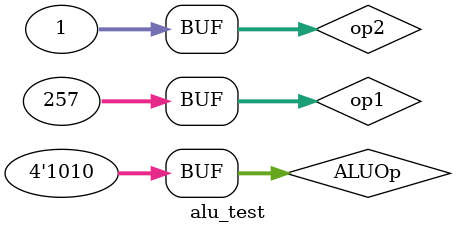
<source format=sv>
module alu_test;
	logic [3:0] ALUOp;
	logic [31:0] op1;
	logic [31:0] op2;
	logic [31:0] alu_result;

	localparam WAIT = 5000;

	alu alu_instance(
			ALUOp,
			op1,
			op2,
			alu_result
	);

    initial begin
		#WAIT;// <<
		ALUOp <= 4'b0000;
		op1 <= 32'h00010100;
		op2 <= 32'h00000001;
		#WAIT;// >>
		ALUOp <= 4'b0001;
		op1 <= 32'h80010100;
		op2 <= 32'h00000001;
		#WAIT;// >>>
		ALUOp <= 4'b0010;
		op1 <= 32'h80010100;
		op2 <= 32'h00000001;
		#WAIT;// +
		ALUOp <= 4'b0011;
		op1 <= 32'h00000101;
		op2 <= 32'h00000001;
		#WAIT;// -
		ALUOp <= 4'b0100;
		op1 <= 32'h00000101;
		op2 <= 32'h00000001;
		#WAIT;// &
		ALUOp <= 4'b0101;
		op1 <= 32'h00000101;
		op2 <= 32'h00000001;
		#WAIT;// |
		ALUOp <= 4'b0110;
		op1 <= 32'h00000101;
		op2 <= 32'h11100001;
		#WAIT;// ^
		ALUOp <= 4'b0111;
		op1 <= 32'h00000101;
		op2 <= 32'h00000001;
		#WAIT;// < No
		ALUOp <= 4'b1000;
		op1 <= 32'h00000101;
		op2 <= 32'h00000001;
		#WAIT;// < No
		ALUOp <= 4'b1000;
		op1 <= 32'h00000101;
		op2 <= 32'h81000001;
		#WAIT;// < Yes
		ALUOp <= 4'b1000;
		op1 <= 32'h00000101;
		op2 <= 32'h00110001;
		#WAIT;// == No
		ALUOp <= 4'b1001;
		op1 <= 32'h00000101;
		op2 <= 32'h00000001;
		#WAIT;// == Yes
		ALUOp <= 4'b1001;
		op1 <= 32'h00000101;
		op2 <= 32'h00000101;
		#WAIT;// !=
		ALUOp <= 4'b1010;
		op1 <= 32'h00000101;
		op2 <= 32'h00000001;
		#WAIT;
	end
endmodule
	

</source>
